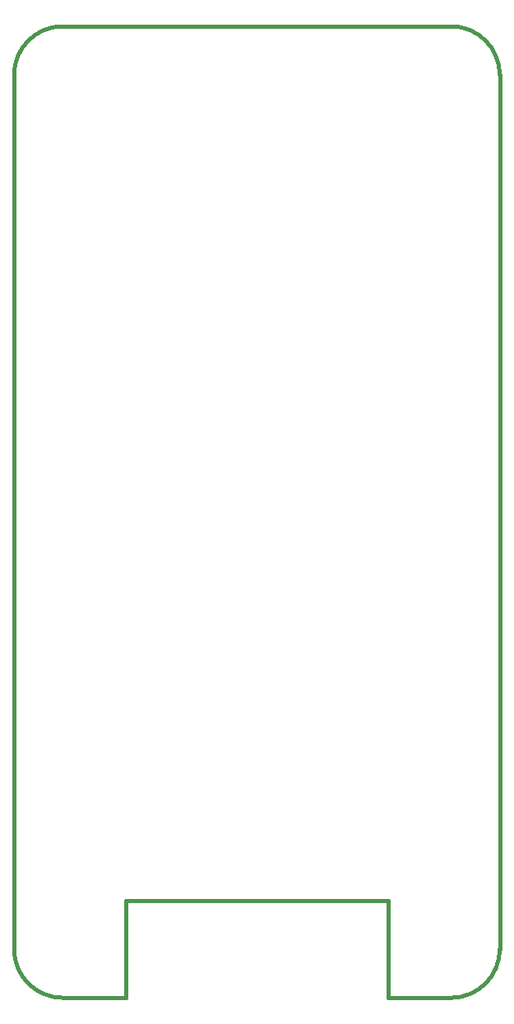
<source format=gm1>
G04 #@! TF.GenerationSoftware,KiCad,Pcbnew,(5.1.0)-1*
G04 #@! TF.CreationDate,2020-07-28T19:28:15+01:00*
G04 #@! TF.ProjectId,Bat_Listener_v4,4261745f-4c69-4737-9465-6e65725f7634,rev?*
G04 #@! TF.SameCoordinates,PX5f21070PY85c0b90*
G04 #@! TF.FileFunction,Profile,NP*
%FSLAX46Y46*%
G04 Gerber Fmt 4.6, Leading zero omitted, Abs format (unit mm)*
G04 Created by KiCad (PCBNEW (5.1.0)-1) date 2020-07-28 19:28:15*
%MOMM*%
%LPD*%
G04 APERTURE LIST*
%ADD10C,0.381000*%
G04 APERTURE END LIST*
D10*
X50250000Y5250000D02*
X50250000Y95250000D01*
X38750000Y250000D02*
X45250000Y250000D01*
X38750000Y10250000D02*
X38750000Y250000D01*
X11750000Y10250000D02*
X38750000Y10250000D01*
X11750000Y250000D02*
X11750000Y10250000D01*
X5250000Y250000D02*
X11750000Y250000D01*
X250000Y5250000D02*
G75*
G03X5250000Y250000I5000000J0D01*
G01*
X45250000Y250000D02*
G75*
G03X50250000Y5250000I0J5000000D01*
G01*
X50250000Y95250000D02*
G75*
G03X45250000Y100250000I-5000000J0D01*
G01*
X5250000Y100250000D02*
G75*
G03X250000Y95250000I0J-5000000D01*
G01*
X45250000Y100250000D02*
X5250000Y100250000D01*
X250000Y95250000D02*
X250000Y5250000D01*
M02*

</source>
